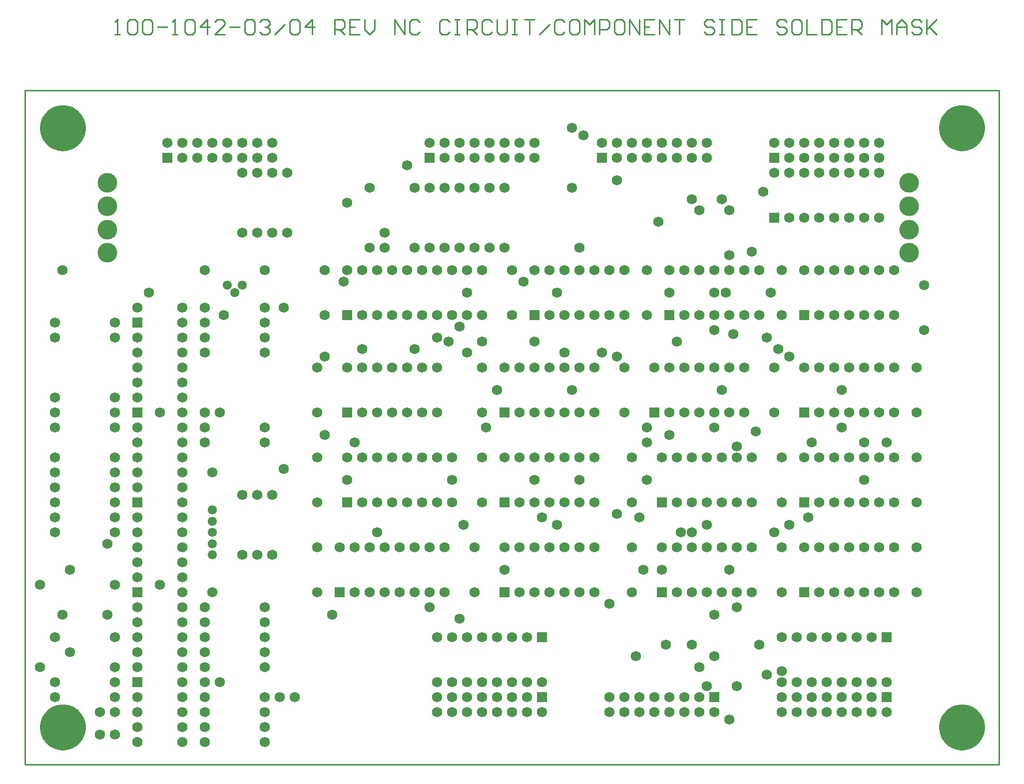
<source format=gbs>
*%FSLAX23Y23*%
*%MOIN*%
G01*
%ADD11C,0.007*%
%ADD12C,0.008*%
%ADD13C,0.010*%
%ADD14C,0.012*%
%ADD15C,0.020*%
%ADD16C,0.024*%
%ADD17C,0.030*%
%ADD18C,0.032*%
%ADD19C,0.036*%
%ADD20C,0.050*%
%ADD21C,0.052*%
%ADD22C,0.055*%
%ADD23C,0.056*%
%ADD24C,0.061*%
%ADD25C,0.062*%
%ADD26C,0.068*%
%ADD27C,0.070*%
%ADD28C,0.090*%
%ADD29C,0.125*%
%ADD30C,0.131*%
%ADD31C,0.140*%
%ADD32C,0.160*%
%ADD33C,0.250*%
%ADD34R,0.062X0.062*%
%ADD35R,0.068X0.068*%
D13*
X7135Y10366D02*
X7168D01*
X7152D01*
Y10466D01*
X7153D01*
X7152D02*
X7135Y10449D01*
X7218D02*
X7235Y10466D01*
X7268D01*
X7285Y10449D01*
Y10383D01*
X7268Y10366D01*
X7235D01*
X7218Y10383D01*
Y10449D01*
X7318D02*
X7335Y10466D01*
X7368D01*
X7385Y10449D01*
Y10383D01*
X7368Y10366D01*
X7335D01*
X7318Y10383D01*
Y10449D01*
X7418Y10416D02*
X7485D01*
X7518Y10366D02*
X7552D01*
X7535D01*
Y10466D01*
X7536D01*
X7535D02*
X7518Y10449D01*
X7602D02*
X7618Y10466D01*
X7652D01*
X7668Y10449D01*
Y10383D01*
X7652Y10366D01*
X7618D01*
X7602Y10383D01*
Y10449D01*
X7751Y10466D02*
Y10366D01*
X7701Y10416D02*
X7751Y10466D01*
X7768Y10416D02*
X7701D01*
X7801Y10366D02*
X7868D01*
X7801D02*
X7868Y10433D01*
Y10449D01*
X7851Y10466D01*
X7818D01*
X7801Y10449D01*
X7901Y10416D02*
X7968D01*
X8001Y10449D02*
X8018Y10466D01*
X8051D01*
X8068Y10449D01*
Y10383D01*
X8051Y10366D01*
X8018D01*
X8001Y10383D01*
Y10449D01*
X8101D02*
X8118Y10466D01*
X8151D01*
X8168Y10449D01*
Y10433D01*
X8169D01*
X8168D02*
X8169D01*
X8168D02*
X8169D01*
X8168D02*
X8151Y10416D01*
X8135D01*
X8151D01*
X8168Y10399D01*
Y10383D01*
X8151Y10366D01*
X8118D01*
X8101Y10383D01*
X8201Y10366D02*
X8268Y10433D01*
X8301Y10449D02*
X8318Y10466D01*
X8351D01*
X8368Y10449D01*
Y10383D01*
X8351Y10366D01*
X8318D01*
X8301Y10383D01*
Y10449D01*
X8451Y10466D02*
Y10366D01*
X8401Y10416D02*
X8451Y10466D01*
X8468Y10416D02*
X8401D01*
X8601Y10366D02*
Y10466D01*
X8651D01*
X8668Y10449D01*
Y10416D01*
X8651Y10399D01*
X8601D01*
X8635D02*
X8668Y10366D01*
X8701Y10466D02*
X8768D01*
X8701D02*
Y10366D01*
X8768D01*
X8734Y10416D02*
X8701D01*
X8801Y10399D02*
Y10466D01*
Y10399D02*
X8834Y10366D01*
X8868Y10399D01*
Y10466D01*
X9001D02*
Y10366D01*
X9068D02*
X9001Y10466D01*
X9068D02*
Y10366D01*
X9168Y10449D02*
X9151Y10466D01*
X9118D01*
X9101Y10449D01*
Y10383D01*
X9118Y10366D01*
X9151D01*
X9168Y10383D01*
X9351Y10466D02*
X9368Y10449D01*
X9351Y10466D02*
X9318D01*
X9301Y10449D01*
Y10383D01*
X9318Y10366D01*
X9351D01*
X9368Y10383D01*
X9401Y10466D02*
X9434D01*
X9418D01*
Y10366D01*
X9401D01*
X9434D01*
X9484D02*
Y10466D01*
X9534D01*
X9551Y10449D01*
Y10416D01*
X9534Y10399D01*
X9484D01*
X9518D02*
X9551Y10366D01*
X9651Y10449D02*
X9634Y10466D01*
X9601D01*
X9584Y10449D01*
Y10383D01*
X9601Y10366D01*
X9634D01*
X9651Y10383D01*
X9684D02*
Y10466D01*
Y10383D02*
X9701Y10366D01*
X9734D01*
X9751Y10383D01*
Y10466D01*
X9784D02*
X9817D01*
X9801D01*
Y10366D01*
X9784D01*
X9817D01*
X9867Y10466D02*
X9934D01*
X9901D01*
Y10366D01*
X9967D02*
X10034Y10433D01*
X10117Y10466D02*
X10134Y10449D01*
X10117Y10466D02*
X10084D01*
X10067Y10449D01*
Y10383D01*
X10084Y10366D01*
X10117D01*
X10134Y10383D01*
X10184Y10466D02*
X10217D01*
X10184D02*
X10167Y10449D01*
Y10383D01*
X10184Y10366D01*
X10217D01*
X10234Y10383D01*
Y10449D01*
X10217Y10466D01*
X10267D02*
Y10366D01*
X10301Y10433D02*
X10267Y10466D01*
X10301Y10433D02*
X10334Y10466D01*
Y10366D01*
X10367D02*
Y10466D01*
X10417D01*
X10434Y10449D01*
Y10416D01*
X10417Y10399D01*
X10367D01*
X10484Y10466D02*
X10517D01*
X10484D02*
X10467Y10449D01*
Y10383D01*
X10484Y10366D01*
X10517D01*
X10534Y10383D01*
Y10449D01*
X10517Y10466D01*
X10567D02*
Y10366D01*
X10634D02*
X10567Y10466D01*
X10634D02*
Y10366D01*
X10667Y10466D02*
X10734D01*
X10667D02*
Y10366D01*
X10734D01*
X10701Y10416D02*
X10667D01*
X10767Y10366D02*
Y10466D01*
X10834Y10366D01*
Y10466D01*
X10867D02*
X10934D01*
X10900D01*
Y10366D01*
X11117Y10466D02*
X11134Y10449D01*
X11117Y10466D02*
X11084D01*
X11067Y10449D01*
Y10433D01*
X11084Y10416D01*
X11117D01*
X11134Y10399D01*
Y10383D01*
X11117Y10366D01*
X11084D01*
X11067Y10383D01*
X11167Y10466D02*
X11200D01*
X11184D01*
Y10366D01*
X11167D01*
X11200D01*
X11250D02*
Y10466D01*
Y10366D02*
X11300D01*
X11317Y10383D01*
Y10449D01*
X11300Y10466D01*
X11250D01*
X11350D02*
X11417D01*
X11350D02*
Y10366D01*
X11417D01*
X11384Y10416D02*
X11350D01*
X11600Y10466D02*
X11617Y10449D01*
X11600Y10466D02*
X11567D01*
X11550Y10449D01*
Y10433D01*
X11567Y10416D01*
X11600D01*
X11617Y10399D01*
Y10383D01*
X11600Y10366D01*
X11567D01*
X11550Y10383D01*
X11667Y10466D02*
X11700D01*
X11667D02*
X11650Y10449D01*
Y10383D01*
X11667Y10366D01*
X11700D01*
X11717Y10383D01*
Y10449D01*
X11700Y10466D01*
X11750D02*
Y10366D01*
X11817D01*
X11850D02*
Y10466D01*
Y10366D02*
X11900D01*
X11917Y10383D01*
Y10449D01*
X11900Y10466D01*
X11850D01*
X11950D02*
X12017D01*
X11950D02*
Y10366D01*
X12017D01*
X11983Y10416D02*
X11950D01*
X12050Y10366D02*
Y10466D01*
X12100D01*
X12117Y10449D01*
Y10416D01*
X12100Y10399D01*
X12050D01*
X12083D02*
X12117Y10366D01*
X12250D02*
Y10466D01*
X12283Y10433D01*
X12317Y10466D01*
Y10366D01*
X12350D02*
Y10433D01*
X12383Y10466D01*
X12417Y10433D01*
Y10366D01*
Y10416D01*
X12350D01*
X12500Y10466D02*
X12517Y10449D01*
X12500Y10466D02*
X12467D01*
X12450Y10449D01*
Y10433D01*
X12467Y10416D01*
X12500D01*
X12517Y10399D01*
Y10383D01*
X12500Y10366D01*
X12467D01*
X12450Y10383D01*
X12550Y10366D02*
Y10466D01*
Y10399D02*
Y10366D01*
Y10399D02*
X12617Y10466D01*
X12567Y10416D01*
X12617Y10366D01*
X13035Y9991D02*
Y5491D01*
X6535D02*
Y9991D01*
Y5491D02*
X13035D01*
Y9991D02*
X6535D01*
D20*
X12657Y9741D02*
X12658D01*
X12657D02*
X12657Y9731D01*
X12659Y9720D01*
X12661Y9710D01*
X12664Y9700D01*
X12667Y9691D01*
X12672Y9682D01*
X12677Y9673D01*
X12683Y9664D01*
X12689Y9656D01*
X12696Y9649D01*
X12704Y9642D01*
X12712Y9636D01*
X12721Y9630D01*
X12730Y9625D01*
X12740Y9621D01*
X12749Y9618D01*
X12759Y9616D01*
X12770Y9614D01*
X12780Y9613D01*
X12790D01*
X12800Y9614D01*
X12811Y9616D01*
X12821Y9618D01*
X12830Y9621D01*
X12840Y9625D01*
X12849Y9630D01*
X12858Y9636D01*
X12866Y9642D01*
X12874Y9649D01*
X12881Y9656D01*
X12887Y9664D01*
X12893Y9673D01*
X12898Y9682D01*
X12903Y9691D01*
X12906Y9700D01*
X12909Y9710D01*
X12911Y9720D01*
X12913Y9731D01*
X12913Y9741D01*
X12914D01*
X12913D02*
X12913Y9751D01*
X12911Y9762D01*
X12909Y9772D01*
X12906Y9782D01*
X12903Y9791D01*
X12898Y9800D01*
X12893Y9809D01*
X12887Y9818D01*
X12881Y9826D01*
X12874Y9833D01*
X12866Y9840D01*
X12858Y9846D01*
X12849Y9852D01*
X12840Y9857D01*
X12830Y9861D01*
X12821Y9864D01*
X12811Y9866D01*
X12800Y9868D01*
X12790Y9869D01*
X12780D01*
X12770Y9868D01*
X12759Y9866D01*
X12749Y9864D01*
X12740Y9861D01*
X12730Y9857D01*
X12721Y9852D01*
X12712Y9846D01*
X12704Y9840D01*
X12696Y9833D01*
X12689Y9826D01*
X12683Y9818D01*
X12677Y9809D01*
X12672Y9800D01*
X12667Y9791D01*
X12664Y9782D01*
X12661Y9772D01*
X12659Y9762D01*
X12657Y9751D01*
X12657Y9741D01*
X12705D02*
X12706D01*
X12705D02*
X12706Y9732D01*
X12707Y9723D01*
X12710Y9714D01*
X12714Y9705D01*
X12718Y9697D01*
X12724Y9690D01*
X12730Y9683D01*
X12737Y9677D01*
X12745Y9672D01*
X12753Y9668D01*
X12762Y9664D01*
X12771Y9662D01*
X12780Y9661D01*
X12790D01*
X12799Y9662D01*
X12808Y9664D01*
X12817Y9668D01*
X12825Y9672D01*
X12833Y9677D01*
X12840Y9683D01*
X12846Y9690D01*
X12852Y9697D01*
X12856Y9705D01*
X12860Y9714D01*
X12863Y9723D01*
X12864Y9732D01*
X12865Y9741D01*
X12866D01*
X12865D02*
X12864Y9750D01*
X12863Y9759D01*
X12860Y9768D01*
X12856Y9777D01*
X12852Y9785D01*
X12846Y9792D01*
X12840Y9799D01*
X12833Y9805D01*
X12825Y9810D01*
X12817Y9814D01*
X12808Y9818D01*
X12799Y9820D01*
X12790Y9821D01*
X12780D01*
X12771Y9820D01*
X12762Y9818D01*
X12753Y9814D01*
X12745Y9810D01*
X12737Y9805D01*
X12730Y9799D01*
X12724Y9792D01*
X12718Y9785D01*
X12714Y9777D01*
X12710Y9768D01*
X12707Y9759D01*
X12706Y9750D01*
X12705Y9741D01*
X12753D02*
X12754D01*
X12753D02*
X12754Y9734D01*
X12756Y9728D01*
X12759Y9722D01*
X12764Y9717D01*
X12769Y9713D01*
X12775Y9711D01*
X12782Y9709D01*
X12788D01*
X12795Y9711D01*
X12801Y9713D01*
X12806Y9717D01*
X12811Y9722D01*
X12814Y9728D01*
X12816Y9734D01*
X12817Y9741D01*
X12818D01*
X12817D02*
X12816Y9748D01*
X12814Y9754D01*
X12811Y9760D01*
X12806Y9765D01*
X12801Y9769D01*
X12795Y9771D01*
X12788Y9773D01*
X12782D01*
X12775Y9771D01*
X12769Y9769D01*
X12764Y9765D01*
X12759Y9760D01*
X12756Y9754D01*
X12754Y9748D01*
X12753Y9741D01*
X12785D02*
D03*
X12657Y5741D02*
X12658D01*
X12657D02*
X12657Y5731D01*
X12659Y5720D01*
X12661Y5710D01*
X12664Y5700D01*
X12667Y5691D01*
X12672Y5682D01*
X12677Y5673D01*
X12683Y5664D01*
X12689Y5656D01*
X12696Y5649D01*
X12704Y5642D01*
X12712Y5636D01*
X12721Y5630D01*
X12730Y5625D01*
X12740Y5621D01*
X12749Y5618D01*
X12759Y5616D01*
X12770Y5614D01*
X12780Y5613D01*
X12790D01*
X12800Y5614D01*
X12811Y5616D01*
X12821Y5618D01*
X12830Y5621D01*
X12840Y5625D01*
X12849Y5630D01*
X12858Y5636D01*
X12866Y5642D01*
X12874Y5649D01*
X12881Y5656D01*
X12887Y5664D01*
X12893Y5673D01*
X12898Y5682D01*
X12903Y5691D01*
X12906Y5700D01*
X12909Y5710D01*
X12911Y5720D01*
X12913Y5731D01*
X12913Y5741D01*
X12914D01*
X12913D02*
X12913Y5751D01*
X12911Y5762D01*
X12909Y5772D01*
X12906Y5782D01*
X12903Y5791D01*
X12898Y5800D01*
X12893Y5809D01*
X12887Y5818D01*
X12881Y5826D01*
X12874Y5833D01*
X12866Y5840D01*
X12858Y5846D01*
X12849Y5852D01*
X12840Y5857D01*
X12830Y5861D01*
X12821Y5864D01*
X12811Y5866D01*
X12800Y5868D01*
X12790Y5869D01*
X12780D01*
X12770Y5868D01*
X12759Y5866D01*
X12749Y5864D01*
X12740Y5861D01*
X12730Y5857D01*
X12721Y5852D01*
X12712Y5846D01*
X12704Y5840D01*
X12696Y5833D01*
X12689Y5826D01*
X12683Y5818D01*
X12677Y5809D01*
X12672Y5800D01*
X12667Y5791D01*
X12664Y5782D01*
X12661Y5772D01*
X12659Y5762D01*
X12657Y5751D01*
X12657Y5741D01*
X12705D02*
X12706D01*
X12705D02*
X12706Y5732D01*
X12707Y5723D01*
X12710Y5714D01*
X12714Y5705D01*
X12718Y5697D01*
X12724Y5690D01*
X12730Y5683D01*
X12737Y5677D01*
X12745Y5672D01*
X12753Y5668D01*
X12762Y5664D01*
X12771Y5662D01*
X12780Y5661D01*
X12790D01*
X12799Y5662D01*
X12808Y5664D01*
X12817Y5668D01*
X12825Y5672D01*
X12833Y5677D01*
X12840Y5683D01*
X12846Y5690D01*
X12852Y5697D01*
X12856Y5705D01*
X12860Y5714D01*
X12863Y5723D01*
X12864Y5732D01*
X12865Y5741D01*
X12866D01*
X12865D02*
X12864Y5750D01*
X12863Y5759D01*
X12860Y5768D01*
X12856Y5777D01*
X12852Y5785D01*
X12846Y5792D01*
X12840Y5799D01*
X12833Y5805D01*
X12825Y5810D01*
X12817Y5814D01*
X12808Y5818D01*
X12799Y5820D01*
X12790Y5821D01*
X12780D01*
X12771Y5820D01*
X12762Y5818D01*
X12753Y5814D01*
X12745Y5810D01*
X12737Y5805D01*
X12730Y5799D01*
X12724Y5792D01*
X12718Y5785D01*
X12714Y5777D01*
X12710Y5768D01*
X12707Y5759D01*
X12706Y5750D01*
X12705Y5741D01*
X12753D02*
X12754D01*
X12753D02*
X12754Y5734D01*
X12756Y5728D01*
X12759Y5722D01*
X12764Y5717D01*
X12769Y5713D01*
X12775Y5711D01*
X12782Y5709D01*
X12788D01*
X12795Y5711D01*
X12801Y5713D01*
X12806Y5717D01*
X12811Y5722D01*
X12814Y5728D01*
X12816Y5734D01*
X12817Y5741D01*
X12818D01*
X12817D02*
X12816Y5748D01*
X12814Y5754D01*
X12811Y5760D01*
X12806Y5765D01*
X12801Y5769D01*
X12795Y5771D01*
X12788Y5773D01*
X12782D01*
X12775Y5771D01*
X12769Y5769D01*
X12764Y5765D01*
X12759Y5760D01*
X12756Y5754D01*
X12754Y5748D01*
X12753Y5741D01*
X12785D02*
D03*
X6657Y9741D02*
X6658D01*
X6657D02*
X6657Y9731D01*
X6659Y9720D01*
X6661Y9710D01*
X6664Y9700D01*
X6667Y9691D01*
X6672Y9682D01*
X6677Y9673D01*
X6683Y9664D01*
X6689Y9656D01*
X6696Y9649D01*
X6704Y9642D01*
X6712Y9636D01*
X6721Y9630D01*
X6730Y9625D01*
X6740Y9621D01*
X6749Y9618D01*
X6759Y9616D01*
X6770Y9614D01*
X6780Y9613D01*
X6790D01*
X6800Y9614D01*
X6811Y9616D01*
X6821Y9618D01*
X6830Y9621D01*
X6840Y9625D01*
X6849Y9630D01*
X6858Y9636D01*
X6866Y9642D01*
X6874Y9649D01*
X6881Y9656D01*
X6887Y9664D01*
X6893Y9673D01*
X6898Y9682D01*
X6903Y9691D01*
X6906Y9700D01*
X6909Y9710D01*
X6911Y9720D01*
X6913Y9731D01*
X6913Y9741D01*
X6914D01*
X6913D02*
X6913Y9751D01*
X6911Y9762D01*
X6909Y9772D01*
X6906Y9782D01*
X6903Y9791D01*
X6898Y9800D01*
X6893Y9809D01*
X6887Y9818D01*
X6881Y9826D01*
X6874Y9833D01*
X6866Y9840D01*
X6858Y9846D01*
X6849Y9852D01*
X6840Y9857D01*
X6830Y9861D01*
X6821Y9864D01*
X6811Y9866D01*
X6800Y9868D01*
X6790Y9869D01*
X6780D01*
X6770Y9868D01*
X6759Y9866D01*
X6749Y9864D01*
X6740Y9861D01*
X6730Y9857D01*
X6721Y9852D01*
X6712Y9846D01*
X6704Y9840D01*
X6696Y9833D01*
X6689Y9826D01*
X6683Y9818D01*
X6677Y9809D01*
X6672Y9800D01*
X6667Y9791D01*
X6664Y9782D01*
X6661Y9772D01*
X6659Y9762D01*
X6657Y9751D01*
X6657Y9741D01*
X6705D02*
X6706D01*
X6705D02*
X6706Y9732D01*
X6707Y9723D01*
X6710Y9714D01*
X6714Y9705D01*
X6718Y9697D01*
X6724Y9690D01*
X6730Y9683D01*
X6737Y9677D01*
X6745Y9672D01*
X6753Y9668D01*
X6762Y9664D01*
X6771Y9662D01*
X6780Y9661D01*
X6790D01*
X6799Y9662D01*
X6808Y9664D01*
X6817Y9668D01*
X6825Y9672D01*
X6833Y9677D01*
X6840Y9683D01*
X6846Y9690D01*
X6852Y9697D01*
X6856Y9705D01*
X6860Y9714D01*
X6863Y9723D01*
X6864Y9732D01*
X6865Y9741D01*
X6866D01*
X6865D02*
X6864Y9750D01*
X6863Y9759D01*
X6860Y9768D01*
X6856Y9777D01*
X6852Y9785D01*
X6846Y9792D01*
X6840Y9799D01*
X6833Y9805D01*
X6825Y9810D01*
X6817Y9814D01*
X6808Y9818D01*
X6799Y9820D01*
X6790Y9821D01*
X6780D01*
X6771Y9820D01*
X6762Y9818D01*
X6753Y9814D01*
X6745Y9810D01*
X6737Y9805D01*
X6730Y9799D01*
X6724Y9792D01*
X6718Y9785D01*
X6714Y9777D01*
X6710Y9768D01*
X6707Y9759D01*
X6706Y9750D01*
X6705Y9741D01*
X6753D02*
X6754D01*
X6753D02*
X6754Y9734D01*
X6756Y9728D01*
X6759Y9722D01*
X6764Y9717D01*
X6769Y9713D01*
X6775Y9711D01*
X6782Y9709D01*
X6788D01*
X6795Y9711D01*
X6801Y9713D01*
X6806Y9717D01*
X6811Y9722D01*
X6814Y9728D01*
X6816Y9734D01*
X6817Y9741D01*
X6818D01*
X6817D02*
X6816Y9748D01*
X6814Y9754D01*
X6811Y9760D01*
X6806Y9765D01*
X6801Y9769D01*
X6795Y9771D01*
X6788Y9773D01*
X6782D01*
X6775Y9771D01*
X6769Y9769D01*
X6764Y9765D01*
X6759Y9760D01*
X6756Y9754D01*
X6754Y9748D01*
X6753Y9741D01*
X6785D02*
D03*
X6657Y5741D02*
X6658D01*
X6657D02*
X6657Y5731D01*
X6659Y5720D01*
X6661Y5710D01*
X6664Y5700D01*
X6667Y5691D01*
X6672Y5682D01*
X6677Y5673D01*
X6683Y5664D01*
X6689Y5656D01*
X6696Y5649D01*
X6704Y5642D01*
X6712Y5636D01*
X6721Y5630D01*
X6730Y5625D01*
X6740Y5621D01*
X6749Y5618D01*
X6759Y5616D01*
X6770Y5614D01*
X6780Y5613D01*
X6790D01*
X6800Y5614D01*
X6811Y5616D01*
X6821Y5618D01*
X6830Y5621D01*
X6840Y5625D01*
X6849Y5630D01*
X6858Y5636D01*
X6866Y5642D01*
X6874Y5649D01*
X6881Y5656D01*
X6887Y5664D01*
X6893Y5673D01*
X6898Y5682D01*
X6903Y5691D01*
X6906Y5700D01*
X6909Y5710D01*
X6911Y5720D01*
X6913Y5731D01*
X6913Y5741D01*
X6914D01*
X6913D02*
X6913Y5751D01*
X6911Y5762D01*
X6909Y5772D01*
X6906Y5782D01*
X6903Y5791D01*
X6898Y5800D01*
X6893Y5809D01*
X6887Y5818D01*
X6881Y5826D01*
X6874Y5833D01*
X6866Y5840D01*
X6858Y5846D01*
X6849Y5852D01*
X6840Y5857D01*
X6830Y5861D01*
X6821Y5864D01*
X6811Y5866D01*
X6800Y5868D01*
X6790Y5869D01*
X6780D01*
X6770Y5868D01*
X6759Y5866D01*
X6749Y5864D01*
X6740Y5861D01*
X6730Y5857D01*
X6721Y5852D01*
X6712Y5846D01*
X6704Y5840D01*
X6696Y5833D01*
X6689Y5826D01*
X6683Y5818D01*
X6677Y5809D01*
X6672Y5800D01*
X6667Y5791D01*
X6664Y5782D01*
X6661Y5772D01*
X6659Y5762D01*
X6657Y5751D01*
X6657Y5741D01*
X6705D02*
X6706D01*
X6705D02*
X6706Y5732D01*
X6707Y5723D01*
X6710Y5714D01*
X6714Y5705D01*
X6718Y5697D01*
X6724Y5690D01*
X6730Y5683D01*
X6737Y5677D01*
X6745Y5672D01*
X6753Y5668D01*
X6762Y5664D01*
X6771Y5662D01*
X6780Y5661D01*
X6790D01*
X6799Y5662D01*
X6808Y5664D01*
X6817Y5668D01*
X6825Y5672D01*
X6833Y5677D01*
X6840Y5683D01*
X6846Y5690D01*
X6852Y5697D01*
X6856Y5705D01*
X6860Y5714D01*
X6863Y5723D01*
X6864Y5732D01*
X6865Y5741D01*
X6866D01*
X6865D02*
X6864Y5750D01*
X6863Y5759D01*
X6860Y5768D01*
X6856Y5777D01*
X6852Y5785D01*
X6846Y5792D01*
X6840Y5799D01*
X6833Y5805D01*
X6825Y5810D01*
X6817Y5814D01*
X6808Y5818D01*
X6799Y5820D01*
X6790Y5821D01*
X6780D01*
X6771Y5820D01*
X6762Y5818D01*
X6753Y5814D01*
X6745Y5810D01*
X6737Y5805D01*
X6730Y5799D01*
X6724Y5792D01*
X6718Y5785D01*
X6714Y5777D01*
X6710Y5768D01*
X6707Y5759D01*
X6706Y5750D01*
X6705Y5741D01*
X6753D02*
X6754D01*
X6753D02*
X6754Y5734D01*
X6756Y5728D01*
X6759Y5722D01*
X6764Y5717D01*
X6769Y5713D01*
X6775Y5711D01*
X6782Y5709D01*
X6788D01*
X6795Y5711D01*
X6801Y5713D01*
X6806Y5717D01*
X6811Y5722D01*
X6814Y5728D01*
X6816Y5734D01*
X6817Y5741D01*
X6818D01*
X6817D02*
X6816Y5748D01*
X6814Y5754D01*
X6811Y5760D01*
X6806Y5765D01*
X6801Y5769D01*
X6795Y5771D01*
X6788Y5773D01*
X6782D01*
X6775Y5771D01*
X6769Y5769D01*
X6764Y5765D01*
X6759Y5760D01*
X6756Y5754D01*
X6754Y5748D01*
X6753Y5741D01*
X6785D02*
D03*
D24*
X7885Y8691D02*
D03*
X7935Y8641D02*
D03*
X7985Y8691D02*
D03*
X7785Y6891D02*
D03*
Y7041D02*
D03*
Y7116D02*
D03*
Y7191D02*
D03*
Y6966D02*
D03*
D26*
X12285Y7641D02*
D03*
X12135D02*
D03*
Y7391D02*
D03*
X11985Y7741D02*
D03*
Y7991D02*
D03*
X11785Y7641D02*
D03*
X11635Y8216D02*
D03*
X11760Y7141D02*
D03*
X11635Y7091D02*
D03*
X11460Y9316D02*
D03*
X11410Y7716D02*
D03*
X11485Y8341D02*
D03*
X11560Y8266D02*
D03*
X11510Y8641D02*
D03*
X11435Y6291D02*
D03*
X11485Y6091D02*
D03*
X11535Y7041D02*
D03*
X11585Y6116D02*
D03*
X11235Y9191D02*
D03*
Y8891D02*
D03*
X11385Y8916D02*
D03*
X11260Y8366D02*
D03*
X11285Y7616D02*
D03*
X11235Y6791D02*
D03*
X11285Y6541D02*
D03*
Y6016D02*
D03*
X11235Y5791D02*
D03*
X11035Y9191D02*
D03*
X11185Y9266D02*
D03*
X11135Y7741D02*
D03*
Y8391D02*
D03*
Y8641D02*
D03*
X11210D02*
D03*
X11185Y7991D02*
D03*
X11135Y6491D02*
D03*
X11085Y7091D02*
D03*
X11035Y6141D02*
D03*
X11135Y6216D02*
D03*
X11085Y6016D02*
D03*
X10985Y9266D02*
D03*
X10885Y8316D02*
D03*
X10835Y8641D02*
D03*
Y7691D02*
D03*
X10910Y7041D02*
D03*
X10985D02*
D03*
Y6291D02*
D03*
X10685Y7641D02*
D03*
X10760Y9116D02*
D03*
X10685Y7741D02*
D03*
X10785Y6791D02*
D03*
X10635Y7141D02*
D03*
X10660Y6791D02*
D03*
X10685Y7391D02*
D03*
X10810Y6291D02*
D03*
X10485Y9391D02*
D03*
Y8216D02*
D03*
Y7166D02*
D03*
X10610Y6216D02*
D03*
X10435Y6566D02*
D03*
X10260Y9691D02*
D03*
X10385Y8241D02*
D03*
X10235Y8941D02*
D03*
Y7391D02*
D03*
X10185Y9741D02*
D03*
Y9341D02*
D03*
X10135Y8241D02*
D03*
X10185Y7991D02*
D03*
X10085Y8641D02*
D03*
Y7091D02*
D03*
X9935Y8316D02*
D03*
X9860Y8716D02*
D03*
X9935Y7391D02*
D03*
X9985Y7141D02*
D03*
X9685Y7991D02*
D03*
X9735Y6791D02*
D03*
X9585Y8316D02*
D03*
X9485Y8641D02*
D03*
Y8241D02*
D03*
X9610Y7741D02*
D03*
X9460Y7091D02*
D03*
X9360Y8316D02*
D03*
X9435Y8416D02*
D03*
X9285Y8341D02*
D03*
X9435Y6466D02*
D03*
X9385Y7391D02*
D03*
X9085Y9491D02*
D03*
X9135Y8266D02*
D03*
X9235Y6541D02*
D03*
X8885Y7041D02*
D03*
X8685Y9241D02*
D03*
X8785Y8266D02*
D03*
X8735Y7641D02*
D03*
X8685Y7391D02*
D03*
X8660Y8716D02*
D03*
X8535Y8216D02*
D03*
Y7691D02*
D03*
X8585Y6491D02*
D03*
X8260Y8541D02*
D03*
Y7466D02*
D03*
X7860Y8491D02*
D03*
X7435Y7841D02*
D03*
X7360Y8641D02*
D03*
X7435Y6691D02*
D03*
X7085Y6966D02*
D03*
X6785Y8791D02*
D03*
X12485Y7841D02*
D03*
Y8141D02*
D03*
X12535Y8391D02*
D03*
Y8691D02*
D03*
X12185Y6341D02*
D03*
X12085D02*
D03*
X11985D02*
D03*
X11885D02*
D03*
X11785D02*
D03*
X11685D02*
D03*
X11585D02*
D03*
Y6041D02*
D03*
X11685D02*
D03*
X11785D02*
D03*
X11885D02*
D03*
X11985D02*
D03*
X12085D02*
D03*
X12185D02*
D03*
X12285D02*
D03*
X12485Y7241D02*
D03*
Y7541D02*
D03*
Y6641D02*
D03*
Y6941D02*
D03*
X12285Y5841D02*
D03*
X12185Y5941D02*
D03*
Y5841D02*
D03*
X12085Y5941D02*
D03*
Y5841D02*
D03*
X11985Y5941D02*
D03*
Y5841D02*
D03*
X11885Y5941D02*
D03*
Y5841D02*
D03*
X11785Y5941D02*
D03*
Y5841D02*
D03*
X11685Y5941D02*
D03*
Y5841D02*
D03*
X11585Y5941D02*
D03*
Y5841D02*
D03*
X11535Y9641D02*
D03*
X11635Y9541D02*
D03*
Y9641D02*
D03*
X11735Y9541D02*
D03*
Y9641D02*
D03*
X11835Y9541D02*
D03*
Y9641D02*
D03*
X11935Y9541D02*
D03*
Y9641D02*
D03*
X12035Y9541D02*
D03*
Y9641D02*
D03*
X12135Y9541D02*
D03*
Y9641D02*
D03*
X12235Y9541D02*
D03*
Y9641D02*
D03*
X10385D02*
D03*
X10485Y9541D02*
D03*
Y9641D02*
D03*
X10585Y9541D02*
D03*
Y9641D02*
D03*
X10685Y9541D02*
D03*
Y9641D02*
D03*
X10785Y9541D02*
D03*
Y9641D02*
D03*
X10885Y9541D02*
D03*
Y9641D02*
D03*
X10985Y9541D02*
D03*
Y9641D02*
D03*
X11085Y9541D02*
D03*
Y9641D02*
D03*
X11635Y9141D02*
D03*
X11735D02*
D03*
X11835D02*
D03*
X11935D02*
D03*
X12035D02*
D03*
X12135D02*
D03*
X12235D02*
D03*
Y9441D02*
D03*
X12135D02*
D03*
X12035D02*
D03*
X11935D02*
D03*
X11835D02*
D03*
X11735D02*
D03*
X11635D02*
D03*
X11535D02*
D03*
X11035Y8491D02*
D03*
X10835Y8791D02*
D03*
X10935D02*
D03*
X11035D02*
D03*
X11135D02*
D03*
X11235D02*
D03*
X11335D02*
D03*
X11435D02*
D03*
Y8491D02*
D03*
X11335D02*
D03*
X11235D02*
D03*
X11135D02*
D03*
X10935D02*
D03*
X10685D02*
D03*
Y8791D02*
D03*
X11585Y8491D02*
D03*
Y8791D02*
D03*
X11935Y8491D02*
D03*
X11735Y8791D02*
D03*
X11835D02*
D03*
X11935D02*
D03*
X12035D02*
D03*
X12135D02*
D03*
X12235D02*
D03*
X12335D02*
D03*
Y8491D02*
D03*
X12235D02*
D03*
X12135D02*
D03*
X12035D02*
D03*
X11835D02*
D03*
X11935Y7841D02*
D03*
X11735Y8141D02*
D03*
X11835D02*
D03*
X11935D02*
D03*
X12035D02*
D03*
X12135D02*
D03*
X12235D02*
D03*
X12335D02*
D03*
Y7841D02*
D03*
X12235D02*
D03*
X12135D02*
D03*
X12035D02*
D03*
X11835D02*
D03*
X11535D02*
D03*
Y8141D02*
D03*
X10835Y7841D02*
D03*
X11035D02*
D03*
X11135D02*
D03*
X11235D02*
D03*
X11335D02*
D03*
Y8141D02*
D03*
X11235D02*
D03*
X11135D02*
D03*
X11035D02*
D03*
X10935D02*
D03*
X10835D02*
D03*
X10735D02*
D03*
X10935Y7841D02*
D03*
X10535D02*
D03*
Y8141D02*
D03*
X11935Y7241D02*
D03*
X11735Y7541D02*
D03*
X11835D02*
D03*
X11935D02*
D03*
X12035D02*
D03*
X12135D02*
D03*
X12235D02*
D03*
X12335D02*
D03*
Y7241D02*
D03*
X12235D02*
D03*
X12135D02*
D03*
X12035D02*
D03*
X11835D02*
D03*
X11935Y6641D02*
D03*
X11735Y6941D02*
D03*
X11835D02*
D03*
X11935D02*
D03*
X12035D02*
D03*
X12135D02*
D03*
X12235D02*
D03*
X12335D02*
D03*
Y6641D02*
D03*
X12235D02*
D03*
X12135D02*
D03*
X12035D02*
D03*
X11835D02*
D03*
X11585Y7241D02*
D03*
Y7541D02*
D03*
X10985Y7241D02*
D03*
X10785Y7541D02*
D03*
X10885D02*
D03*
X10985D02*
D03*
X11085D02*
D03*
X11185D02*
D03*
X11285D02*
D03*
X11385D02*
D03*
Y7241D02*
D03*
X11285D02*
D03*
X11185D02*
D03*
X11085D02*
D03*
X10885D02*
D03*
X10585D02*
D03*
Y7541D02*
D03*
X10985Y6641D02*
D03*
X10785Y6941D02*
D03*
X10885D02*
D03*
X10985D02*
D03*
X11085D02*
D03*
X11185D02*
D03*
X11285D02*
D03*
X11385D02*
D03*
Y6641D02*
D03*
X11285D02*
D03*
X11185D02*
D03*
X11085D02*
D03*
X10885D02*
D03*
X10585D02*
D03*
Y6941D02*
D03*
X11585Y6641D02*
D03*
Y6941D02*
D03*
X11135Y5841D02*
D03*
X11035Y5941D02*
D03*
Y5841D02*
D03*
X10935Y5941D02*
D03*
Y5841D02*
D03*
X10835Y5941D02*
D03*
Y5841D02*
D03*
X10735Y5941D02*
D03*
Y5841D02*
D03*
X10635Y5941D02*
D03*
Y5841D02*
D03*
X10535Y5941D02*
D03*
Y5841D02*
D03*
X10435Y5941D02*
D03*
Y5841D02*
D03*
X9635Y9341D02*
D03*
Y8941D02*
D03*
X9535Y9341D02*
D03*
Y8941D02*
D03*
X9435Y9341D02*
D03*
Y8941D02*
D03*
X9335Y9341D02*
D03*
Y8941D02*
D03*
X9235Y9341D02*
D03*
Y8941D02*
D03*
Y9641D02*
D03*
X9335Y9541D02*
D03*
Y9641D02*
D03*
X9435Y9541D02*
D03*
Y9641D02*
D03*
X9535Y9541D02*
D03*
Y9641D02*
D03*
X9635Y9541D02*
D03*
Y9641D02*
D03*
X9735Y9541D02*
D03*
Y9641D02*
D03*
X9835Y9541D02*
D03*
Y9641D02*
D03*
X9935Y9541D02*
D03*
Y9641D02*
D03*
X8835Y8941D02*
D03*
Y9341D02*
D03*
X8935Y8941D02*
D03*
Y9041D02*
D03*
X8685Y8791D02*
D03*
X8785D02*
D03*
X8885D02*
D03*
X8985D02*
D03*
X9085D02*
D03*
X9185D02*
D03*
X9285D02*
D03*
X9385D02*
D03*
X9485D02*
D03*
X9585D02*
D03*
Y8491D02*
D03*
X9485D02*
D03*
X9385D02*
D03*
X9285D02*
D03*
X9185D02*
D03*
X9085D02*
D03*
X8985D02*
D03*
X8885D02*
D03*
X8785D02*
D03*
X9835Y7841D02*
D03*
X10035D02*
D03*
X10135D02*
D03*
X10235D02*
D03*
X10335D02*
D03*
Y8141D02*
D03*
X10235D02*
D03*
X10135D02*
D03*
X10035D02*
D03*
X9935D02*
D03*
X9835D02*
D03*
X9735D02*
D03*
X9935Y7841D02*
D03*
X9585D02*
D03*
Y8141D02*
D03*
X8785Y7841D02*
D03*
X8985D02*
D03*
X9085D02*
D03*
X9185D02*
D03*
X9285D02*
D03*
Y8141D02*
D03*
X9185D02*
D03*
X9085D02*
D03*
X8985D02*
D03*
X8885D02*
D03*
X8785D02*
D03*
X8685D02*
D03*
X8885Y7841D02*
D03*
X10135Y8491D02*
D03*
X9935Y8791D02*
D03*
X10035D02*
D03*
X10135D02*
D03*
X10235D02*
D03*
X10335D02*
D03*
X10435D02*
D03*
X10535D02*
D03*
Y8491D02*
D03*
X10435D02*
D03*
X10335D02*
D03*
X10235D02*
D03*
X10035D02*
D03*
X9735Y8941D02*
D03*
Y9341D02*
D03*
X9135Y8941D02*
D03*
Y9341D02*
D03*
X9785Y8491D02*
D03*
Y8791D02*
D03*
X9985Y6041D02*
D03*
X9885D02*
D03*
X9785D02*
D03*
X9685D02*
D03*
X9585D02*
D03*
X9485D02*
D03*
X9385D02*
D03*
X9285D02*
D03*
Y6341D02*
D03*
X9385D02*
D03*
X9485D02*
D03*
X9585D02*
D03*
X9685D02*
D03*
X9785D02*
D03*
X9885D02*
D03*
X8685Y7541D02*
D03*
X8785D02*
D03*
X8885D02*
D03*
X8985D02*
D03*
X9085D02*
D03*
X9185D02*
D03*
X9285D02*
D03*
X9385D02*
D03*
Y7241D02*
D03*
X9285D02*
D03*
X9185D02*
D03*
X9085D02*
D03*
X8985D02*
D03*
X8885D02*
D03*
X8785D02*
D03*
X9935D02*
D03*
X9735Y7541D02*
D03*
X9835D02*
D03*
X9935D02*
D03*
X10035D02*
D03*
X10135D02*
D03*
X10235D02*
D03*
X10335D02*
D03*
Y7241D02*
D03*
X10235D02*
D03*
X10135D02*
D03*
X10035D02*
D03*
X9835D02*
D03*
X9585D02*
D03*
Y7541D02*
D03*
X9835Y6641D02*
D03*
X10035D02*
D03*
X10135D02*
D03*
X10235D02*
D03*
X10335D02*
D03*
Y6941D02*
D03*
X10235D02*
D03*
X10135D02*
D03*
X10035D02*
D03*
X9935D02*
D03*
X9835D02*
D03*
X9735D02*
D03*
X9935Y6641D02*
D03*
X9535D02*
D03*
Y6941D02*
D03*
X9985Y5841D02*
D03*
X9885Y5941D02*
D03*
Y5841D02*
D03*
X9785Y5941D02*
D03*
Y5841D02*
D03*
X9685Y5941D02*
D03*
Y5841D02*
D03*
X9585Y5941D02*
D03*
Y5841D02*
D03*
X9485Y5941D02*
D03*
Y5841D02*
D03*
X9385Y5941D02*
D03*
Y5841D02*
D03*
X9285Y5941D02*
D03*
Y5841D02*
D03*
X8285Y9441D02*
D03*
Y9041D02*
D03*
X8085Y9441D02*
D03*
Y9041D02*
D03*
X7485Y9641D02*
D03*
X7585Y9541D02*
D03*
Y9641D02*
D03*
X7685Y9541D02*
D03*
Y9641D02*
D03*
X7785Y9541D02*
D03*
Y9641D02*
D03*
X7885Y9541D02*
D03*
Y9641D02*
D03*
X7985Y9541D02*
D03*
Y9641D02*
D03*
X8085Y9541D02*
D03*
Y9641D02*
D03*
X8185Y9541D02*
D03*
Y9641D02*
D03*
X8135Y8441D02*
D03*
X7735D02*
D03*
X8135Y8791D02*
D03*
X7735D02*
D03*
Y8541D02*
D03*
X8135D02*
D03*
Y8241D02*
D03*
X7735D02*
D03*
X8135Y8341D02*
D03*
X7735D02*
D03*
X7135D02*
D03*
X6735D02*
D03*
X8135Y7741D02*
D03*
X7735D02*
D03*
X8135Y7641D02*
D03*
X7735D02*
D03*
X7285Y7941D02*
D03*
X7585D02*
D03*
X7285Y7741D02*
D03*
X7585Y7841D02*
D03*
Y7741D02*
D03*
Y7641D02*
D03*
Y7541D02*
D03*
X7285D02*
D03*
Y7641D02*
D03*
X7585Y8041D02*
D03*
X7285D02*
D03*
Y8541D02*
D03*
X7585D02*
D03*
X7285Y8341D02*
D03*
X7585Y8441D02*
D03*
Y8341D02*
D03*
Y8241D02*
D03*
Y8141D02*
D03*
X7285D02*
D03*
Y8241D02*
D03*
X7735Y7841D02*
D03*
X7835D02*
D03*
X8485D02*
D03*
Y8141D02*
D03*
X8185Y9041D02*
D03*
Y9441D02*
D03*
X7985Y9041D02*
D03*
Y9441D02*
D03*
X8535Y8491D02*
D03*
Y8791D02*
D03*
X7735Y6541D02*
D03*
X8135D02*
D03*
Y6341D02*
D03*
X7735D02*
D03*
Y6441D02*
D03*
X8135D02*
D03*
X7135Y7041D02*
D03*
X6735D02*
D03*
X7135Y7141D02*
D03*
X6735D02*
D03*
X7785Y6641D02*
D03*
Y7441D02*
D03*
X7585Y6241D02*
D03*
X7285D02*
D03*
X7585Y6841D02*
D03*
X7285D02*
D03*
Y6741D02*
D03*
X7585D02*
D03*
X7285Y6541D02*
D03*
X7585Y6641D02*
D03*
Y6541D02*
D03*
Y6441D02*
D03*
Y6341D02*
D03*
X7285D02*
D03*
Y6441D02*
D03*
Y7141D02*
D03*
X7585Y7241D02*
D03*
Y7141D02*
D03*
Y7041D02*
D03*
Y6941D02*
D03*
X7285D02*
D03*
Y7041D02*
D03*
Y7341D02*
D03*
X7585D02*
D03*
Y7441D02*
D03*
X7285D02*
D03*
Y6141D02*
D03*
X7585D02*
D03*
X7735D02*
D03*
X8135D02*
D03*
X7735Y6241D02*
D03*
X8135D02*
D03*
X8735Y6641D02*
D03*
X8835D02*
D03*
X8935D02*
D03*
X9035D02*
D03*
X9135D02*
D03*
X9235D02*
D03*
X9335D02*
D03*
Y6941D02*
D03*
X9235D02*
D03*
X9135D02*
D03*
X9035D02*
D03*
X8935D02*
D03*
X8835D02*
D03*
X8735D02*
D03*
X8635D02*
D03*
X7985Y6891D02*
D03*
Y7291D02*
D03*
X8085Y6891D02*
D03*
Y7291D02*
D03*
X8185Y6891D02*
D03*
Y7291D02*
D03*
X8485Y6641D02*
D03*
Y6941D02*
D03*
Y7241D02*
D03*
Y7541D02*
D03*
X7285Y5941D02*
D03*
X7585Y6041D02*
D03*
Y5941D02*
D03*
Y5841D02*
D03*
Y5741D02*
D03*
X7285D02*
D03*
Y5841D02*
D03*
X7585Y5641D02*
D03*
X7285D02*
D03*
X7135Y5841D02*
D03*
X7035D02*
D03*
X8135Y5941D02*
D03*
X7735D02*
D03*
X8135Y5841D02*
D03*
X7735D02*
D03*
X8335Y5941D02*
D03*
X8235D02*
D03*
X7735Y6041D02*
D03*
X7835D02*
D03*
X7735Y5741D02*
D03*
X8135D02*
D03*
X7735Y5641D02*
D03*
X8135D02*
D03*
X6735Y8441D02*
D03*
X7135D02*
D03*
X6735Y7741D02*
D03*
X7135D02*
D03*
X6735Y7841D02*
D03*
X7135D02*
D03*
X6735Y7941D02*
D03*
X7135D02*
D03*
X6735Y7241D02*
D03*
X7135D02*
D03*
X6785Y6491D02*
D03*
X7085D02*
D03*
X6835Y6791D02*
D03*
X7135Y6691D02*
D03*
X6635D02*
D03*
X6735Y6341D02*
D03*
X7135D02*
D03*
X6835Y6241D02*
D03*
X7135Y6141D02*
D03*
X6635D02*
D03*
X6735Y7441D02*
D03*
X7135D02*
D03*
X6735Y7541D02*
D03*
X7135D02*
D03*
X6735Y7341D02*
D03*
X7135D02*
D03*
X6735Y6041D02*
D03*
X7135D02*
D03*
X6735Y5941D02*
D03*
X7135D02*
D03*
Y5691D02*
D03*
X7035D02*
D03*
D30*
X12435Y9219D02*
D03*
Y8907D02*
D03*
Y9375D02*
D03*
Y9063D02*
D03*
X7085D02*
D03*
Y9375D02*
D03*
Y8907D02*
D03*
Y9219D02*
D03*
D35*
X12285Y6341D02*
D03*
Y5941D02*
D03*
X11535Y9541D02*
D03*
X10385D02*
D03*
X11535Y9141D02*
D03*
X10835Y8491D02*
D03*
X11735D02*
D03*
Y7841D02*
D03*
X10735D02*
D03*
X11735Y7241D02*
D03*
Y6641D02*
D03*
X10785Y7241D02*
D03*
Y6641D02*
D03*
X11135Y5941D02*
D03*
X9235Y9541D02*
D03*
X8685Y8491D02*
D03*
X9735Y7841D02*
D03*
X8685D02*
D03*
X9935Y8491D02*
D03*
X9985Y6341D02*
D03*
X8685Y7241D02*
D03*
X9735D02*
D03*
Y6641D02*
D03*
X9985Y5941D02*
D03*
X7485Y9541D02*
D03*
X7285Y7841D02*
D03*
Y8441D02*
D03*
Y6641D02*
D03*
Y7241D02*
D03*
X8635Y6641D02*
D03*
X7285Y6041D02*
D03*
M02*

</source>
